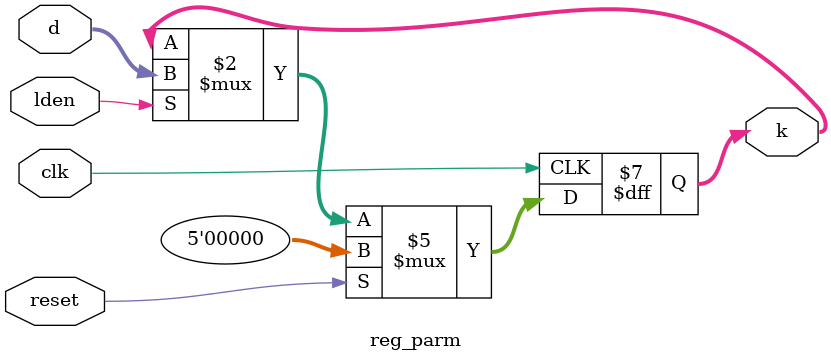
<source format=sv>
module reg_parm #(parameter W=5) (
		input logic          clk,
		input logic          reset,
		input logic          lden,
		input logic [W-1:0]  d,
		output logic [W-1:0] k
		);

  always_ff @(posedge clk)
    if (reset) k <= '0;
    else if (lden) k <= d;
	 
endmodule
 
</source>
